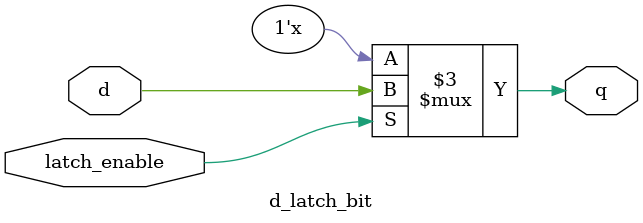
<source format=sv>
module dual_d_latch_top (
    input wire [1:0] d_in,
    input wire latch_enable,
    output wire [1:0] q_out
);

    // Internal signals
    wire [1:0] latch_out;
    
    // Instantiate individual D-latches
    d_latch_bit bit0 (
        .d(d_in[0]),
        .latch_enable(latch_enable),
        .q(latch_out[0])
    );
    
    d_latch_bit bit1 (
        .d(d_in[1]),
        .latch_enable(latch_enable),
        .q(latch_out[1])
    );
    
    // Output assignment
    assign q_out = latch_out;

endmodule

// Single bit D-latch module
module d_latch_bit (
    input wire d,
    input wire latch_enable,
    output reg q
);
    always @* begin
        if (latch_enable)
            q = d;
    end
endmodule
</source>
